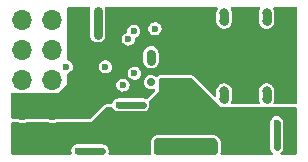
<source format=gbr>
G04 #@! TF.GenerationSoftware,KiCad,Pcbnew,(5.99.0-6495-g15369915cc)*
G04 #@! TF.CreationDate,2020-10-24T17:34:59+02:00*
G04 #@! TF.ProjectId,EVAL-MP8862,4556414c-2d4d-4503-9838-36322e6b6963,1B*
G04 #@! TF.SameCoordinates,Original*
G04 #@! TF.FileFunction,Copper,L3,Inr*
G04 #@! TF.FilePolarity,Positive*
%FSLAX46Y46*%
G04 Gerber Fmt 4.6, Leading zero omitted, Abs format (unit mm)*
G04 Created by KiCad (PCBNEW (5.99.0-6495-g15369915cc)) date 2020-10-24 17:34:59*
%MOMM*%
%LPD*%
G01*
G04 APERTURE LIST*
G04 #@! TA.AperFunction,ComponentPad*
%ADD10R,1.700000X1.700000*%
G04 #@! TD*
G04 #@! TA.AperFunction,ComponentPad*
%ADD11O,1.700000X1.700000*%
G04 #@! TD*
G04 #@! TA.AperFunction,ViaPad*
%ADD12C,0.700000*%
G04 #@! TD*
G04 #@! TA.AperFunction,ViaPad*
%ADD13C,0.600000*%
G04 #@! TD*
G04 #@! TA.AperFunction,ViaPad*
%ADD14C,0.800000*%
G04 #@! TD*
G04 #@! TA.AperFunction,Conductor*
%ADD15C,0.600000*%
G04 #@! TD*
G04 #@! TA.AperFunction,Conductor*
%ADD16C,0.800000*%
G04 #@! TD*
G04 APERTURE END LIST*
D10*
X100000000Y-100000000D03*
D11*
X97460000Y-100000000D03*
X100000000Y-97460000D03*
X97460000Y-97460000D03*
X100000000Y-94920000D03*
X97460000Y-94920000D03*
X100000000Y-92380000D03*
X97460000Y-92380000D03*
X100000000Y-89840000D03*
X97460000Y-89840000D03*
D12*
X108350000Y-92700000D03*
D13*
X103550000Y-100925000D03*
X102850000Y-100925000D03*
X102175000Y-100925000D03*
X103850000Y-89075000D03*
D14*
X118150000Y-89275000D03*
X114550000Y-96550000D03*
X114550000Y-95875000D03*
D12*
X108350000Y-95125000D03*
D13*
X113600000Y-100150000D03*
X109575000Y-100925000D03*
X119000000Y-100550000D03*
X119000000Y-98600000D03*
D14*
X114550000Y-89275000D03*
D13*
X105625000Y-97050000D03*
D14*
X118150000Y-96550000D03*
D12*
X108350000Y-93300000D03*
D13*
X104225000Y-100925000D03*
D14*
X118150000Y-89950000D03*
D13*
X110275000Y-100925000D03*
X113600000Y-100775000D03*
X107675000Y-97050000D03*
D14*
X114550000Y-89950000D03*
D13*
X103850000Y-89750000D03*
X111600000Y-100150000D03*
X103850000Y-91107470D03*
X108700000Y-90600000D03*
X111600000Y-100800000D03*
X107000000Y-97050000D03*
D14*
X118150000Y-95875000D03*
D13*
X103850000Y-90450000D03*
X106300000Y-97050000D03*
X110950000Y-100925000D03*
X119000000Y-99900000D03*
X108900000Y-100925000D03*
X119000000Y-99250000D03*
X104500000Y-93825000D03*
X104900000Y-89100000D03*
X105600000Y-89100000D03*
X105600000Y-91100000D03*
D12*
X109800000Y-91000000D03*
D13*
X104900000Y-91100000D03*
X116250000Y-98600000D03*
X110300000Y-97025000D03*
X110975000Y-97025000D03*
D12*
X109475000Y-95100000D03*
D13*
X116250000Y-99900000D03*
X116250000Y-99250000D03*
X109600000Y-97025000D03*
X116250000Y-100550000D03*
X108925000Y-97025000D03*
X106900000Y-90800000D03*
X101200000Y-93800000D03*
X106456232Y-91465649D03*
X105990000Y-95360000D03*
X106949998Y-94350000D03*
D15*
X102175000Y-100925000D02*
X104225000Y-100925000D01*
D16*
X108350000Y-92700000D02*
X108350000Y-93300000D01*
X103850000Y-91107470D02*
X103850000Y-89125010D01*
X114550000Y-95875000D02*
X114550000Y-96550000D01*
X114550000Y-89275000D02*
X114550000Y-89950000D01*
X118150000Y-95875000D02*
X118150000Y-96550000D01*
X118150000Y-89275000D02*
X118150000Y-89950000D01*
D15*
X107675000Y-97050000D02*
X105625000Y-97050000D01*
X119000000Y-98550000D02*
X119000000Y-100600000D01*
G04 #@! TA.AperFunction,Conductor*
G36*
X111786905Y-94786905D02*
G01*
X114250000Y-97250000D01*
X120624000Y-97250000D01*
X120692121Y-97270002D01*
X120738614Y-97323658D01*
X120750000Y-97376000D01*
X120750000Y-101124000D01*
X120729998Y-101192121D01*
X120676342Y-101238614D01*
X120624000Y-101250000D01*
X119429391Y-101250000D01*
X119361270Y-101229998D01*
X119314777Y-101176342D01*
X119304673Y-101106068D01*
X119344104Y-101031254D01*
X119428020Y-100954089D01*
X119436019Y-100941189D01*
X119502949Y-100833242D01*
X119502950Y-100833241D01*
X119507475Y-100825942D01*
X119549541Y-100681149D01*
X119550500Y-100668089D01*
X119550500Y-100602350D01*
X119552051Y-100582639D01*
X119552752Y-100578213D01*
X119555378Y-100561634D01*
X119555500Y-100550000D01*
X119551666Y-100522011D01*
X119550500Y-100504911D01*
X119550500Y-99952350D01*
X119552051Y-99932639D01*
X119554656Y-99916190D01*
X119555378Y-99911634D01*
X119555500Y-99900000D01*
X119551666Y-99872011D01*
X119550500Y-99854911D01*
X119550500Y-99302350D01*
X119552051Y-99282639D01*
X119554656Y-99266190D01*
X119555378Y-99261634D01*
X119555500Y-99250000D01*
X119551666Y-99222011D01*
X119550500Y-99204911D01*
X119550500Y-98652350D01*
X119552051Y-98632639D01*
X119555378Y-98611634D01*
X119555500Y-98600000D01*
X119551666Y-98572011D01*
X119550500Y-98554911D01*
X119550500Y-98513499D01*
X119549049Y-98502900D01*
X119536203Y-98409129D01*
X119535037Y-98400615D01*
X119475155Y-98262236D01*
X119380266Y-98145058D01*
X119373264Y-98140082D01*
X119373262Y-98140080D01*
X119264362Y-98062690D01*
X119257360Y-98057714D01*
X119115494Y-98006639D01*
X119106934Y-98006010D01*
X119106932Y-98006010D01*
X119027862Y-98000204D01*
X118965120Y-97995596D01*
X118817315Y-98025399D01*
X118682969Y-98093852D01*
X118571980Y-98195911D01*
X118492525Y-98324059D01*
X118450459Y-98468852D01*
X118449500Y-98481912D01*
X118449500Y-98609765D01*
X118449493Y-98611084D01*
X118448880Y-98669623D01*
X118449400Y-98671563D01*
X118449500Y-98673157D01*
X118449500Y-99259737D01*
X118449493Y-99261056D01*
X118448880Y-99319623D01*
X118449400Y-99321564D01*
X118449500Y-99323159D01*
X118449501Y-99909707D01*
X118449494Y-99911027D01*
X118448880Y-99969623D01*
X118449401Y-99971564D01*
X118449501Y-99973160D01*
X118449501Y-100559678D01*
X118449494Y-100560998D01*
X118448880Y-100619623D01*
X118449401Y-100621566D01*
X118449501Y-100623164D01*
X118449501Y-100636501D01*
X118450083Y-100640747D01*
X118450083Y-100640753D01*
X118455995Y-100683912D01*
X118464964Y-100749385D01*
X118468376Y-100757269D01*
X118468376Y-100757270D01*
X118499522Y-100829243D01*
X118524846Y-100887764D01*
X118547550Y-100915801D01*
X118610533Y-100993578D01*
X118619735Y-101004942D01*
X118642745Y-101021294D01*
X118686685Y-101077058D01*
X118693502Y-101147727D01*
X118661030Y-101210862D01*
X118569756Y-101250000D01*
X114352588Y-101250000D01*
X114284467Y-101229998D01*
X114237974Y-101176342D01*
X114232524Y-101094027D01*
X114230748Y-101093672D01*
X114248777Y-101003577D01*
X114250000Y-100997467D01*
X114250000Y-100152190D01*
X114230969Y-100056518D01*
X114194064Y-99967423D01*
X114177367Y-99942433D01*
X114143310Y-99891463D01*
X114143309Y-99891461D01*
X114139872Y-99886318D01*
X113963682Y-99710128D01*
X113958537Y-99706690D01*
X113887717Y-99659370D01*
X113887714Y-99659368D01*
X113882577Y-99655936D01*
X113793482Y-99619031D01*
X113787414Y-99617824D01*
X113787411Y-99617823D01*
X113729184Y-99606241D01*
X113697810Y-99600000D01*
X113629715Y-99600000D01*
X113620487Y-99599662D01*
X113565120Y-99595596D01*
X113555608Y-99597514D01*
X113530703Y-99600000D01*
X111629715Y-99600000D01*
X111620487Y-99599662D01*
X111565120Y-99595596D01*
X111555608Y-99597514D01*
X111530703Y-99600000D01*
X108902190Y-99600000D01*
X108870816Y-99606241D01*
X108812589Y-99617823D01*
X108812586Y-99617824D01*
X108806518Y-99619031D01*
X108717423Y-99655936D01*
X108712286Y-99659368D01*
X108712283Y-99659370D01*
X108641463Y-99706690D01*
X108636318Y-99710128D01*
X108460128Y-99886318D01*
X108456691Y-99891461D01*
X108456690Y-99891463D01*
X108422634Y-99942433D01*
X108405936Y-99967423D01*
X108369031Y-100056518D01*
X108350000Y-100152190D01*
X108350000Y-100887028D01*
X108349993Y-100888347D01*
X108348880Y-100994623D01*
X108351103Y-101002920D01*
X108351104Y-101002926D01*
X108374808Y-101091388D01*
X108373119Y-101162365D01*
X108333326Y-101221161D01*
X108253102Y-101250000D01*
X104875584Y-101250000D01*
X104807463Y-101229998D01*
X104760970Y-101176342D01*
X104755078Y-101089298D01*
X104756791Y-101085557D01*
X104758135Y-101077074D01*
X104758136Y-101077069D01*
X104758584Y-101074240D01*
X104764480Y-101051277D01*
X104765452Y-101048576D01*
X104765453Y-101048573D01*
X104768361Y-101040495D01*
X104771807Y-100993573D01*
X104773019Y-100983093D01*
X104780378Y-100936634D01*
X104780500Y-100925000D01*
X104779873Y-100920426D01*
X104779583Y-100915812D01*
X104779761Y-100915801D01*
X104779492Y-100907250D01*
X104779315Y-100907261D01*
X104778775Y-100898681D01*
X104779404Y-100890120D01*
X104777707Y-100881706D01*
X104777707Y-100881700D01*
X104768703Y-100837048D01*
X104767383Y-100829243D01*
X104761203Y-100784125D01*
X104761202Y-100784123D01*
X104760037Y-100775615D01*
X104756626Y-100767733D01*
X104754316Y-100759458D01*
X104754488Y-100759410D01*
X104754293Y-100758790D01*
X104754125Y-100758849D01*
X104751299Y-100750733D01*
X104749601Y-100742315D01*
X104725025Y-100694084D01*
X104721656Y-100686923D01*
X104719158Y-100681149D01*
X104700155Y-100637236D01*
X104694745Y-100630555D01*
X104690299Y-100623214D01*
X104690451Y-100623122D01*
X104690095Y-100622574D01*
X104689949Y-100622675D01*
X104685049Y-100615625D01*
X104681148Y-100607969D01*
X104644506Y-100568122D01*
X104639344Y-100562141D01*
X104610674Y-100526735D01*
X104610669Y-100526731D01*
X104605266Y-100520058D01*
X104598266Y-100515083D01*
X104592003Y-100509202D01*
X104592125Y-100509072D01*
X104591635Y-100508639D01*
X104591520Y-100508778D01*
X104584907Y-100503307D01*
X104579089Y-100496980D01*
X104533073Y-100468449D01*
X104526494Y-100464077D01*
X104482361Y-100432714D01*
X104474281Y-100429805D01*
X104466667Y-100425824D01*
X104466749Y-100425666D01*
X104466160Y-100425382D01*
X104466088Y-100425544D01*
X104458241Y-100422050D01*
X104450942Y-100417525D01*
X104442696Y-100415129D01*
X104442693Y-100415128D01*
X104408757Y-100405269D01*
X104398949Y-100402420D01*
X104391446Y-100399982D01*
X104340495Y-100381639D01*
X104331933Y-100381010D01*
X104323525Y-100379223D01*
X104323562Y-100379048D01*
X104319030Y-100378233D01*
X104318987Y-100378470D01*
X104312488Y-100377301D01*
X104306149Y-100375459D01*
X104293089Y-100374500D01*
X104247907Y-100374500D01*
X104238679Y-100374162D01*
X104190120Y-100370596D01*
X104181701Y-100372294D01*
X104177880Y-100372534D01*
X104158182Y-100374500D01*
X103572907Y-100374500D01*
X103563679Y-100374162D01*
X103515120Y-100370596D01*
X103506701Y-100372294D01*
X103502880Y-100372534D01*
X103483182Y-100374500D01*
X102872907Y-100374500D01*
X102863679Y-100374162D01*
X102815120Y-100370596D01*
X102806701Y-100372294D01*
X102802880Y-100372534D01*
X102783182Y-100374500D01*
X102197907Y-100374500D01*
X102188679Y-100374162D01*
X102140120Y-100370596D01*
X102131706Y-100372293D01*
X102131700Y-100372293D01*
X102087048Y-100381297D01*
X102079243Y-100382617D01*
X102034125Y-100388797D01*
X102034123Y-100388798D01*
X102025615Y-100389963D01*
X102017733Y-100393374D01*
X102009458Y-100395684D01*
X102009410Y-100395512D01*
X102008790Y-100395707D01*
X102008849Y-100395875D01*
X102000733Y-100398701D01*
X101992315Y-100400399D01*
X101984663Y-100404298D01*
X101984660Y-100404299D01*
X101944087Y-100424973D01*
X101936927Y-100428342D01*
X101887236Y-100449845D01*
X101880555Y-100455255D01*
X101873214Y-100459701D01*
X101873122Y-100459549D01*
X101872574Y-100459905D01*
X101872675Y-100460051D01*
X101865625Y-100464951D01*
X101857969Y-100468852D01*
X101818122Y-100505494D01*
X101812141Y-100510656D01*
X101776735Y-100539326D01*
X101776731Y-100539331D01*
X101770058Y-100544734D01*
X101765083Y-100551734D01*
X101759202Y-100557997D01*
X101759072Y-100557875D01*
X101758639Y-100558365D01*
X101758778Y-100558480D01*
X101753307Y-100565093D01*
X101746980Y-100570911D01*
X101727487Y-100602350D01*
X101718450Y-100616925D01*
X101714077Y-100623506D01*
X101682714Y-100667639D01*
X101679805Y-100675719D01*
X101675824Y-100683333D01*
X101675666Y-100683251D01*
X101675382Y-100683840D01*
X101675544Y-100683912D01*
X101672050Y-100691759D01*
X101667525Y-100699058D01*
X101665129Y-100707304D01*
X101665128Y-100707307D01*
X101652421Y-100751047D01*
X101649982Y-100758554D01*
X101631639Y-100809505D01*
X101631010Y-100818067D01*
X101629223Y-100826475D01*
X101629048Y-100826438D01*
X101628933Y-100827079D01*
X101629110Y-100827105D01*
X101627855Y-100835604D01*
X101625459Y-100843851D01*
X101624994Y-100888347D01*
X101624893Y-100897974D01*
X101624561Y-100905886D01*
X101621224Y-100951311D01*
X101621225Y-100951321D01*
X101620596Y-100959880D01*
X101622293Y-100968296D01*
X101622833Y-100976874D01*
X101622655Y-100976885D01*
X101622717Y-100977534D01*
X101622894Y-100977512D01*
X101623970Y-100986031D01*
X101623880Y-100994623D01*
X101626103Y-101002918D01*
X101626103Y-101002921D01*
X101637894Y-101046924D01*
X101639699Y-101054622D01*
X101647574Y-101093672D01*
X101648667Y-101099094D01*
X101642525Y-101169825D01*
X101599117Y-101226006D01*
X101525153Y-101250000D01*
X96626000Y-101250000D01*
X96557879Y-101229998D01*
X96511386Y-101176342D01*
X96500000Y-101124000D01*
X96500000Y-98626000D01*
X96520002Y-98557879D01*
X96573658Y-98511386D01*
X96626000Y-98500000D01*
X97067715Y-98500000D01*
X97097876Y-98503663D01*
X97298578Y-98553146D01*
X97304568Y-98553455D01*
X97304570Y-98553455D01*
X97378178Y-98557248D01*
X97508199Y-98563948D01*
X97514134Y-98563119D01*
X97514138Y-98563119D01*
X97666960Y-98541777D01*
X97716081Y-98534917D01*
X97798563Y-98506758D01*
X97839271Y-98500000D01*
X99607715Y-98500000D01*
X99637876Y-98503663D01*
X99838578Y-98553146D01*
X99844568Y-98553455D01*
X99844570Y-98553455D01*
X99918178Y-98557248D01*
X100048199Y-98563948D01*
X100054134Y-98563119D01*
X100054138Y-98563119D01*
X100206960Y-98541777D01*
X100256081Y-98534917D01*
X100338563Y-98506758D01*
X100379271Y-98500000D01*
X103300000Y-98500000D01*
X104462403Y-97289164D01*
X104554288Y-97250427D01*
X104867891Y-97252897D01*
X105035146Y-97254214D01*
X105103107Y-97274752D01*
X105146419Y-97323005D01*
X105168852Y-97367031D01*
X105174667Y-97373355D01*
X105179569Y-97380408D01*
X105179422Y-97380510D01*
X105179810Y-97381032D01*
X105179949Y-97380922D01*
X105185286Y-97387655D01*
X105189658Y-97395048D01*
X105219084Y-97423266D01*
X105228744Y-97432530D01*
X105234266Y-97438169D01*
X105270911Y-97478020D01*
X105278208Y-97482544D01*
X105284830Y-97488023D01*
X105284716Y-97488161D01*
X105285230Y-97488559D01*
X105285335Y-97488414D01*
X105292282Y-97493461D01*
X105298485Y-97499409D01*
X105346190Y-97524988D01*
X105353044Y-97528945D01*
X105399058Y-97557475D01*
X105407310Y-97559872D01*
X105415157Y-97563366D01*
X105415084Y-97563529D01*
X105415681Y-97563773D01*
X105415743Y-97563605D01*
X105423796Y-97566600D01*
X105431368Y-97570660D01*
X105484224Y-97582475D01*
X105491845Y-97584432D01*
X105543851Y-97599541D01*
X105550429Y-97600024D01*
X105556911Y-97600500D01*
X105556900Y-97600646D01*
X105561548Y-97601245D01*
X105561572Y-97600960D01*
X105570139Y-97601679D01*
X105578517Y-97603552D01*
X105587090Y-97603103D01*
X105587094Y-97603103D01*
X105633453Y-97600673D01*
X105640047Y-97600500D01*
X106225950Y-97600500D01*
X106236513Y-97601659D01*
X106236572Y-97600960D01*
X106245139Y-97601679D01*
X106253517Y-97603552D01*
X106262090Y-97603103D01*
X106262094Y-97603103D01*
X106308453Y-97600673D01*
X106315047Y-97600500D01*
X106925950Y-97600500D01*
X106936513Y-97601659D01*
X106936572Y-97600960D01*
X106945139Y-97601679D01*
X106953517Y-97603552D01*
X106962090Y-97603103D01*
X106962094Y-97603103D01*
X107008453Y-97600673D01*
X107015047Y-97600500D01*
X107600950Y-97600500D01*
X107611513Y-97601659D01*
X107611572Y-97600960D01*
X107620139Y-97601679D01*
X107628517Y-97603552D01*
X107637090Y-97603103D01*
X107637094Y-97603103D01*
X107683453Y-97600673D01*
X107690047Y-97600500D01*
X107711501Y-97600500D01*
X107715740Y-97599919D01*
X107715743Y-97599919D01*
X107718963Y-97599478D01*
X107721612Y-97599115D01*
X107732118Y-97598122D01*
X107739793Y-97597720D01*
X107770508Y-97596111D01*
X107770510Y-97596111D01*
X107779090Y-97595661D01*
X107789947Y-97592007D01*
X107813032Y-97586592D01*
X107824385Y-97585037D01*
X107832270Y-97581625D01*
X107867559Y-97566354D01*
X107877411Y-97562572D01*
X107913854Y-97550308D01*
X107913856Y-97550307D01*
X107921995Y-97547568D01*
X107931472Y-97541127D01*
X107952253Y-97529704D01*
X107962764Y-97525155D01*
X107999328Y-97495546D01*
X108007796Y-97489258D01*
X108039595Y-97467648D01*
X108039600Y-97467644D01*
X108046702Y-97462817D01*
X108054097Y-97454066D01*
X108071041Y-97437474D01*
X108073267Y-97435672D01*
X108073270Y-97435669D01*
X108079942Y-97430266D01*
X108107194Y-97391919D01*
X108113661Y-97383582D01*
X108138482Y-97354210D01*
X108144024Y-97347652D01*
X108148796Y-97337230D01*
X108160650Y-97316699D01*
X108162309Y-97314364D01*
X108167286Y-97307361D01*
X108183221Y-97263099D01*
X108187208Y-97253330D01*
X108203216Y-97218365D01*
X108206791Y-97210557D01*
X108208207Y-97201617D01*
X108208584Y-97199240D01*
X108214480Y-97176277D01*
X108215452Y-97173576D01*
X108215453Y-97173573D01*
X108218361Y-97165495D01*
X108220005Y-97143114D01*
X108221806Y-97118578D01*
X108223019Y-97108093D01*
X108230378Y-97061634D01*
X108230500Y-97050000D01*
X108229873Y-97045426D01*
X108229583Y-97040812D01*
X108229761Y-97040801D01*
X108229492Y-97032250D01*
X108229315Y-97032261D01*
X108228775Y-97023681D01*
X108229404Y-97015120D01*
X108227707Y-97006706D01*
X108227707Y-97006700D01*
X108218703Y-96962048D01*
X108217383Y-96954243D01*
X108211203Y-96909125D01*
X108211202Y-96909123D01*
X108210037Y-96900615D01*
X108206626Y-96892733D01*
X108204316Y-96884458D01*
X108204488Y-96884410D01*
X108204293Y-96883788D01*
X108204124Y-96883847D01*
X108201299Y-96875736D01*
X108199601Y-96867315D01*
X108195701Y-96859661D01*
X108194481Y-96856158D01*
X108190967Y-96785248D01*
X108224377Y-96725623D01*
X109075000Y-95875000D01*
X109075000Y-94876000D01*
X109095002Y-94807879D01*
X109148658Y-94761386D01*
X109201000Y-94750000D01*
X111697810Y-94750000D01*
X111786905Y-94786905D01*
G37*
G04 #@! TD.AperFunction*
G04 #@! TA.AperFunction,Conductor*
G36*
X103180546Y-88770002D02*
G01*
X103227039Y-88823658D01*
X103234466Y-88907334D01*
X103199670Y-89042854D01*
X103199501Y-89045540D01*
X103199500Y-91147048D01*
X103215094Y-91270485D01*
X103225817Y-91297568D01*
X103256971Y-91376254D01*
X103275581Y-91423259D01*
X103372161Y-91556190D01*
X103378267Y-91561241D01*
X103492661Y-91655877D01*
X103492664Y-91655879D01*
X103498766Y-91660927D01*
X103647439Y-91730888D01*
X103655222Y-91732373D01*
X103655223Y-91732373D01*
X103801055Y-91760192D01*
X103801057Y-91760192D01*
X103808841Y-91761677D01*
X103907125Y-91755493D01*
X103964916Y-91751857D01*
X103964918Y-91751857D01*
X103972827Y-91751359D01*
X103980363Y-91748910D01*
X103980365Y-91748910D01*
X104121555Y-91703035D01*
X104121558Y-91703033D01*
X104129097Y-91700584D01*
X104267830Y-91612541D01*
X104340391Y-91535272D01*
X105905112Y-91535272D01*
X105944137Y-91680914D01*
X106020890Y-91810697D01*
X106129717Y-91915058D01*
X106262600Y-91986309D01*
X106305106Y-91995810D01*
X106401363Y-92017327D01*
X106401367Y-92017327D01*
X106409749Y-92019201D01*
X106504182Y-92014252D01*
X106551739Y-92011760D01*
X106551740Y-92011760D01*
X106560322Y-92011310D01*
X106703227Y-91963217D01*
X106827934Y-91878466D01*
X106833477Y-91871907D01*
X106833479Y-91871905D01*
X106919713Y-91769860D01*
X106925256Y-91763301D01*
X106928831Y-91755493D01*
X106984448Y-91634015D01*
X106984448Y-91634013D01*
X106988023Y-91626206D01*
X107011610Y-91477283D01*
X107011732Y-91465649D01*
X107009829Y-91451758D01*
X107020403Y-91381555D01*
X107094475Y-91315243D01*
X107138859Y-91300306D01*
X107146995Y-91297568D01*
X107163982Y-91286024D01*
X107198424Y-91262617D01*
X107271702Y-91212817D01*
X107277245Y-91206258D01*
X107277247Y-91206256D01*
X107363481Y-91104211D01*
X107369024Y-91097652D01*
X107372599Y-91089844D01*
X107428216Y-90968366D01*
X107428216Y-90968364D01*
X107431791Y-90960557D01*
X107455378Y-90811634D01*
X107455500Y-90800000D01*
X107437641Y-90669623D01*
X108148880Y-90669623D01*
X108187905Y-90815265D01*
X108264658Y-90945048D01*
X108373485Y-91049409D01*
X108448896Y-91089844D01*
X108489397Y-91111560D01*
X108506368Y-91120660D01*
X108548874Y-91130161D01*
X108645131Y-91151678D01*
X108645135Y-91151678D01*
X108653517Y-91153552D01*
X108747950Y-91148603D01*
X108795507Y-91146111D01*
X108795508Y-91146111D01*
X108804090Y-91145661D01*
X108946995Y-91097568D01*
X108958361Y-91089844D01*
X109011887Y-91053467D01*
X109071702Y-91012817D01*
X109077245Y-91006258D01*
X109077247Y-91006256D01*
X109163481Y-90904211D01*
X109169024Y-90897652D01*
X109208406Y-90811634D01*
X109228216Y-90768366D01*
X109228216Y-90768364D01*
X109231791Y-90760557D01*
X109255378Y-90611634D01*
X109255500Y-90600000D01*
X109235037Y-90450615D01*
X109213885Y-90401736D01*
X109178567Y-90320120D01*
X109178566Y-90320118D01*
X109175155Y-90312236D01*
X109106492Y-90227444D01*
X109085674Y-90201736D01*
X109085673Y-90201735D01*
X109080266Y-90195058D01*
X109073264Y-90190082D01*
X109073262Y-90190080D01*
X108964363Y-90112690D01*
X108957361Y-90107714D01*
X108815495Y-90056639D01*
X108806935Y-90056010D01*
X108806933Y-90056010D01*
X108728122Y-90050223D01*
X108665120Y-90045596D01*
X108517315Y-90075399D01*
X108382969Y-90143852D01*
X108376647Y-90149665D01*
X108376646Y-90149666D01*
X108284041Y-90234820D01*
X108271980Y-90245911D01*
X108267452Y-90253214D01*
X108267451Y-90253215D01*
X108197051Y-90366758D01*
X108192525Y-90374058D01*
X108150459Y-90518851D01*
X108150369Y-90527437D01*
X108150369Y-90527438D01*
X108149881Y-90574058D01*
X108148880Y-90669623D01*
X107437641Y-90669623D01*
X107435037Y-90650615D01*
X107431625Y-90642730D01*
X107378567Y-90520120D01*
X107378566Y-90520118D01*
X107375155Y-90512236D01*
X107316735Y-90440093D01*
X107285674Y-90401736D01*
X107285673Y-90401735D01*
X107280266Y-90395058D01*
X107273264Y-90390082D01*
X107273262Y-90390080D01*
X107164363Y-90312690D01*
X107157361Y-90307714D01*
X107015495Y-90256639D01*
X107006935Y-90256010D01*
X107006933Y-90256010D01*
X106928122Y-90250223D01*
X106865120Y-90245596D01*
X106717315Y-90275399D01*
X106582969Y-90343852D01*
X106576647Y-90349665D01*
X106576646Y-90349666D01*
X106500207Y-90419955D01*
X106471980Y-90445911D01*
X106467452Y-90453214D01*
X106467451Y-90453215D01*
X106414345Y-90538866D01*
X106392525Y-90574058D01*
X106350459Y-90718851D01*
X106350369Y-90727439D01*
X106349319Y-90827669D01*
X106328605Y-90895576D01*
X106272617Y-90939222D01*
X106273547Y-90941048D01*
X106139201Y-91009501D01*
X106028212Y-91111560D01*
X106023684Y-91118863D01*
X106023683Y-91118864D01*
X105962436Y-91217645D01*
X105948757Y-91239707D01*
X105906691Y-91384500D01*
X105905112Y-91535272D01*
X104340391Y-91535272D01*
X104380311Y-91492763D01*
X104459468Y-91348776D01*
X104500331Y-91189626D01*
X104500500Y-91186940D01*
X104500500Y-89085431D01*
X104484906Y-88961994D01*
X104469223Y-88922383D01*
X104462744Y-88851683D01*
X104495516Y-88788703D01*
X104586375Y-88750000D01*
X113883439Y-88750000D01*
X113951560Y-88770002D01*
X113998053Y-88823658D01*
X114008157Y-88893932D01*
X113993854Y-88936701D01*
X113940532Y-89033694D01*
X113912050Y-89144623D01*
X113899669Y-89192845D01*
X113899500Y-89195531D01*
X113899500Y-89989579D01*
X113899613Y-89990472D01*
X113899669Y-89992266D01*
X113899669Y-90032156D01*
X113901641Y-90039835D01*
X113901641Y-90039838D01*
X113907955Y-90064432D01*
X113910919Y-90079971D01*
X113915094Y-90113016D01*
X113927303Y-90143852D01*
X113927356Y-90143986D01*
X113932245Y-90159032D01*
X113938560Y-90183625D01*
X113940532Y-90191306D01*
X113944348Y-90198248D01*
X113944349Y-90198250D01*
X113956584Y-90220506D01*
X113963319Y-90234819D01*
X113965407Y-90240093D01*
X113975582Y-90265790D01*
X113980243Y-90272205D01*
X113980244Y-90272207D01*
X113995159Y-90292735D01*
X114003634Y-90306088D01*
X114019689Y-90335293D01*
X114033186Y-90349666D01*
X114042497Y-90359581D01*
X114052580Y-90371769D01*
X114072162Y-90398721D01*
X114078271Y-90403774D01*
X114078274Y-90403778D01*
X114097829Y-90419955D01*
X114109364Y-90430786D01*
X114132169Y-90455071D01*
X114138858Y-90459316D01*
X114138862Y-90459319D01*
X114160301Y-90472925D01*
X114173099Y-90482223D01*
X114198767Y-90503457D01*
X114205939Y-90506832D01*
X114205941Y-90506833D01*
X114228914Y-90517644D01*
X114242775Y-90525265D01*
X114262701Y-90537909D01*
X114270902Y-90543114D01*
X114302582Y-90553407D01*
X114317290Y-90559231D01*
X114333287Y-90566758D01*
X114347440Y-90573418D01*
X114355223Y-90574903D01*
X114355227Y-90574904D01*
X114380171Y-90579662D01*
X114395483Y-90583593D01*
X114427172Y-90593889D01*
X114435082Y-90594387D01*
X114435084Y-90594387D01*
X114460411Y-90595980D01*
X114476112Y-90597963D01*
X114508842Y-90604207D01*
X114537762Y-90602387D01*
X114542087Y-90602115D01*
X114557913Y-90602115D01*
X114562888Y-90602428D01*
X114591159Y-90604207D01*
X114623889Y-90597963D01*
X114639590Y-90595980D01*
X114664917Y-90594387D01*
X114664919Y-90594387D01*
X114672828Y-90593889D01*
X114704506Y-90583596D01*
X114719829Y-90579662D01*
X114722896Y-90579077D01*
X114752561Y-90573418D01*
X114782720Y-90559226D01*
X114797418Y-90553407D01*
X114829098Y-90543114D01*
X114835788Y-90538868D01*
X114835793Y-90538866D01*
X114857227Y-90525264D01*
X114871089Y-90517643D01*
X114894062Y-90506832D01*
X114901234Y-90503457D01*
X114926901Y-90482223D01*
X114939702Y-90472922D01*
X114967831Y-90455071D01*
X114990636Y-90430787D01*
X115002167Y-90419959D01*
X115021730Y-90403775D01*
X115021731Y-90403774D01*
X115027839Y-90398721D01*
X115047423Y-90371766D01*
X115057505Y-90359578D01*
X115080311Y-90335293D01*
X115084130Y-90328346D01*
X115084133Y-90328342D01*
X115096362Y-90306098D01*
X115104839Y-90292741D01*
X115119756Y-90272210D01*
X115119760Y-90272202D01*
X115124419Y-90265790D01*
X115136684Y-90234811D01*
X115143419Y-90220499D01*
X115155648Y-90198254D01*
X115159468Y-90191306D01*
X115167755Y-90159032D01*
X115172639Y-90144001D01*
X115184906Y-90113016D01*
X115189081Y-90079971D01*
X115192045Y-90064432D01*
X115198854Y-90037909D01*
X115198854Y-90037908D01*
X115200331Y-90032156D01*
X115200500Y-90029470D01*
X115200500Y-89997503D01*
X115201494Y-89981711D01*
X115204506Y-89957868D01*
X115205500Y-89950000D01*
X115201494Y-89918289D01*
X115200500Y-89902497D01*
X115200500Y-89322503D01*
X115201494Y-89306711D01*
X115204506Y-89282868D01*
X115205500Y-89275000D01*
X115184906Y-89111984D01*
X115151159Y-89026748D01*
X115127339Y-88966584D01*
X115127337Y-88966581D01*
X115124419Y-88959210D01*
X115117771Y-88950060D01*
X115116877Y-88947555D01*
X115115940Y-88945850D01*
X115116215Y-88945699D01*
X115093913Y-88883192D01*
X115109995Y-88814041D01*
X115160909Y-88764561D01*
X115219708Y-88750000D01*
X117483439Y-88750000D01*
X117551560Y-88770002D01*
X117598053Y-88823658D01*
X117608157Y-88893932D01*
X117593854Y-88936701D01*
X117540532Y-89033694D01*
X117512050Y-89144623D01*
X117499669Y-89192845D01*
X117499500Y-89195531D01*
X117499500Y-89989579D01*
X117499613Y-89990472D01*
X117499669Y-89992266D01*
X117499669Y-90032156D01*
X117501641Y-90039835D01*
X117501641Y-90039838D01*
X117507955Y-90064432D01*
X117510919Y-90079971D01*
X117515094Y-90113016D01*
X117527303Y-90143852D01*
X117527356Y-90143986D01*
X117532245Y-90159032D01*
X117538560Y-90183625D01*
X117540532Y-90191306D01*
X117544348Y-90198248D01*
X117544349Y-90198250D01*
X117556584Y-90220506D01*
X117563319Y-90234819D01*
X117565407Y-90240093D01*
X117575582Y-90265790D01*
X117580243Y-90272205D01*
X117580244Y-90272207D01*
X117595159Y-90292735D01*
X117603634Y-90306088D01*
X117619689Y-90335293D01*
X117633186Y-90349666D01*
X117642497Y-90359581D01*
X117652580Y-90371769D01*
X117672162Y-90398721D01*
X117678271Y-90403774D01*
X117678274Y-90403778D01*
X117697829Y-90419955D01*
X117709364Y-90430786D01*
X117732169Y-90455071D01*
X117738858Y-90459316D01*
X117738862Y-90459319D01*
X117760301Y-90472925D01*
X117773099Y-90482223D01*
X117798767Y-90503457D01*
X117805939Y-90506832D01*
X117805941Y-90506833D01*
X117828914Y-90517644D01*
X117842775Y-90525265D01*
X117862701Y-90537909D01*
X117870902Y-90543114D01*
X117902582Y-90553407D01*
X117917290Y-90559231D01*
X117933287Y-90566758D01*
X117947440Y-90573418D01*
X117955223Y-90574903D01*
X117955227Y-90574904D01*
X117980171Y-90579662D01*
X117995483Y-90583593D01*
X118027172Y-90593889D01*
X118035082Y-90594387D01*
X118035084Y-90594387D01*
X118060411Y-90595980D01*
X118076112Y-90597963D01*
X118108842Y-90604207D01*
X118137762Y-90602387D01*
X118142087Y-90602115D01*
X118157913Y-90602115D01*
X118162888Y-90602428D01*
X118191159Y-90604207D01*
X118223889Y-90597963D01*
X118239590Y-90595980D01*
X118264917Y-90594387D01*
X118264919Y-90594387D01*
X118272828Y-90593889D01*
X118304506Y-90583596D01*
X118319829Y-90579662D01*
X118322896Y-90579077D01*
X118352561Y-90573418D01*
X118382720Y-90559226D01*
X118397418Y-90553407D01*
X118429098Y-90543114D01*
X118435788Y-90538868D01*
X118435793Y-90538866D01*
X118457227Y-90525264D01*
X118471089Y-90517643D01*
X118494062Y-90506832D01*
X118501234Y-90503457D01*
X118526901Y-90482223D01*
X118539702Y-90472922D01*
X118567831Y-90455071D01*
X118590636Y-90430787D01*
X118602167Y-90419959D01*
X118621730Y-90403775D01*
X118621731Y-90403774D01*
X118627839Y-90398721D01*
X118647423Y-90371766D01*
X118657505Y-90359578D01*
X118680311Y-90335293D01*
X118684130Y-90328346D01*
X118684133Y-90328342D01*
X118696362Y-90306098D01*
X118704839Y-90292741D01*
X118719756Y-90272210D01*
X118719760Y-90272202D01*
X118724419Y-90265790D01*
X118736684Y-90234811D01*
X118743419Y-90220499D01*
X118755648Y-90198254D01*
X118759468Y-90191306D01*
X118767755Y-90159032D01*
X118772639Y-90144001D01*
X118784906Y-90113016D01*
X118789081Y-90079971D01*
X118792045Y-90064432D01*
X118798854Y-90037909D01*
X118798854Y-90037908D01*
X118800331Y-90032156D01*
X118800500Y-90029470D01*
X118800500Y-89997503D01*
X118801494Y-89981711D01*
X118804506Y-89957868D01*
X118805500Y-89950000D01*
X118801494Y-89918289D01*
X118800500Y-89902497D01*
X118800500Y-89322503D01*
X118801494Y-89306711D01*
X118804506Y-89282868D01*
X118805500Y-89275000D01*
X118784906Y-89111984D01*
X118751159Y-89026748D01*
X118727339Y-88966584D01*
X118727337Y-88966581D01*
X118724419Y-88959210D01*
X118717771Y-88950060D01*
X118716877Y-88947555D01*
X118715940Y-88945850D01*
X118716215Y-88945699D01*
X118693913Y-88883192D01*
X118709995Y-88814041D01*
X118760909Y-88764561D01*
X118819708Y-88750000D01*
X120624000Y-88750000D01*
X120692121Y-88770002D01*
X120738614Y-88823658D01*
X120750000Y-88876000D01*
X120750000Y-96874000D01*
X120729998Y-96942121D01*
X120676342Y-96988614D01*
X120624000Y-97000000D01*
X118857792Y-97000000D01*
X118789671Y-96979998D01*
X118743178Y-96926342D01*
X118733074Y-96856068D01*
X118747378Y-96813298D01*
X118755648Y-96798255D01*
X118755649Y-96798253D01*
X118759468Y-96791306D01*
X118767755Y-96759032D01*
X118772639Y-96744001D01*
X118784906Y-96713016D01*
X118788567Y-96684036D01*
X118789081Y-96679971D01*
X118792045Y-96664432D01*
X118798854Y-96637909D01*
X118798854Y-96637908D01*
X118800331Y-96632156D01*
X118800500Y-96629470D01*
X118800500Y-96597503D01*
X118801494Y-96581711D01*
X118804506Y-96557868D01*
X118805500Y-96550000D01*
X118801494Y-96518289D01*
X118800500Y-96502497D01*
X118800500Y-95922503D01*
X118801494Y-95906711D01*
X118804506Y-95882868D01*
X118805500Y-95875000D01*
X118784906Y-95711984D01*
X118724419Y-95559210D01*
X118627839Y-95426279D01*
X118566710Y-95375709D01*
X118507343Y-95326596D01*
X118507339Y-95326593D01*
X118501234Y-95321543D01*
X118352561Y-95251582D01*
X118344778Y-95250097D01*
X118344777Y-95250097D01*
X118197001Y-95221907D01*
X118196997Y-95221907D01*
X118191159Y-95220793D01*
X118191158Y-95220793D01*
X118072086Y-95228285D01*
X118035083Y-95230613D01*
X118035081Y-95230613D01*
X118027172Y-95231111D01*
X118019636Y-95233560D01*
X118019634Y-95233560D01*
X117878444Y-95279435D01*
X117878441Y-95279437D01*
X117870902Y-95281886D01*
X117732169Y-95369929D01*
X117726742Y-95375708D01*
X117726741Y-95375709D01*
X117679252Y-95426279D01*
X117619689Y-95489707D01*
X117540532Y-95633694D01*
X117505163Y-95771446D01*
X117499669Y-95792845D01*
X117499500Y-95795531D01*
X117499500Y-96589579D01*
X117499613Y-96590472D01*
X117499669Y-96592266D01*
X117499669Y-96632156D01*
X117501641Y-96639835D01*
X117501641Y-96639838D01*
X117507955Y-96664432D01*
X117510919Y-96679971D01*
X117511433Y-96684036D01*
X117515094Y-96713016D01*
X117518011Y-96720383D01*
X117527356Y-96743986D01*
X117532245Y-96759032D01*
X117538560Y-96783625D01*
X117540532Y-96791306D01*
X117544350Y-96798250D01*
X117544351Y-96798254D01*
X117552623Y-96813302D01*
X117567911Y-96882634D01*
X117543288Y-96949224D01*
X117486573Y-96991931D01*
X117442207Y-97000000D01*
X115257792Y-97000000D01*
X115189671Y-96979998D01*
X115143178Y-96926342D01*
X115133074Y-96856068D01*
X115147378Y-96813298D01*
X115155648Y-96798255D01*
X115155649Y-96798253D01*
X115159468Y-96791306D01*
X115167755Y-96759032D01*
X115172639Y-96744001D01*
X115184906Y-96713016D01*
X115188567Y-96684036D01*
X115189081Y-96679971D01*
X115192045Y-96664432D01*
X115198854Y-96637909D01*
X115198854Y-96637908D01*
X115200331Y-96632156D01*
X115200500Y-96629470D01*
X115200500Y-96597503D01*
X115201494Y-96581711D01*
X115204506Y-96557868D01*
X115205500Y-96550000D01*
X115201494Y-96518289D01*
X115200500Y-96502497D01*
X115200500Y-95922503D01*
X115201494Y-95906711D01*
X115204506Y-95882868D01*
X115205500Y-95875000D01*
X115184906Y-95711984D01*
X115124419Y-95559210D01*
X115027839Y-95426279D01*
X114966710Y-95375709D01*
X114907343Y-95326596D01*
X114907339Y-95326593D01*
X114901234Y-95321543D01*
X114752561Y-95251582D01*
X114744778Y-95250097D01*
X114744777Y-95250097D01*
X114597001Y-95221907D01*
X114596997Y-95221907D01*
X114591159Y-95220793D01*
X114591158Y-95220793D01*
X114472086Y-95228285D01*
X114435083Y-95230613D01*
X114435081Y-95230613D01*
X114427172Y-95231111D01*
X114419636Y-95233560D01*
X114419634Y-95233560D01*
X114278444Y-95279435D01*
X114278441Y-95279437D01*
X114270902Y-95281886D01*
X114132169Y-95369929D01*
X114126742Y-95375708D01*
X114126741Y-95375709D01*
X114079252Y-95426279D01*
X114019689Y-95489707D01*
X113940532Y-95633694D01*
X113905163Y-95771446D01*
X113899669Y-95792845D01*
X113899500Y-95795531D01*
X113899500Y-96241756D01*
X113879498Y-96309877D01*
X113825842Y-96356370D01*
X113755568Y-96366474D01*
X113684405Y-96330851D01*
X111963682Y-94610128D01*
X111957748Y-94606163D01*
X111887717Y-94559370D01*
X111887714Y-94559368D01*
X111882577Y-94555936D01*
X111793482Y-94519031D01*
X111787414Y-94517824D01*
X111787411Y-94517823D01*
X111708241Y-94502075D01*
X111697810Y-94500000D01*
X109525035Y-94500000D01*
X109508588Y-94498922D01*
X109483188Y-94495578D01*
X109475000Y-94494500D01*
X109466812Y-94495578D01*
X109441412Y-94498922D01*
X109424965Y-94500000D01*
X109201000Y-94500000D01*
X109197653Y-94500360D01*
X109197650Y-94500360D01*
X109151224Y-94505351D01*
X109151218Y-94505352D01*
X109147860Y-94505713D01*
X109095518Y-94517099D01*
X108984943Y-94572448D01*
X108956075Y-94597462D01*
X108941458Y-94610128D01*
X108931287Y-94618941D01*
X108921226Y-94634597D01*
X108867570Y-94681090D01*
X108797296Y-94691193D01*
X108738524Y-94666438D01*
X108659306Y-94605652D01*
X108659301Y-94605649D01*
X108652750Y-94600622D01*
X108506715Y-94540132D01*
X108350000Y-94519500D01*
X108193285Y-94540132D01*
X108047250Y-94600622D01*
X107921847Y-94696847D01*
X107825622Y-94822250D01*
X107765132Y-94968285D01*
X107744500Y-95125000D01*
X107765132Y-95281715D01*
X107825622Y-95427750D01*
X107921847Y-95553153D01*
X108047250Y-95649378D01*
X108163803Y-95697656D01*
X108181649Y-95705048D01*
X108193285Y-95709868D01*
X108201473Y-95710946D01*
X108269121Y-95719852D01*
X108350000Y-95730500D01*
X108358188Y-95729422D01*
X108498527Y-95710946D01*
X108506715Y-95709868D01*
X108569958Y-95683672D01*
X108640546Y-95676083D01*
X108704033Y-95707862D01*
X108740261Y-95768920D01*
X108737727Y-95839871D01*
X108707270Y-95889176D01*
X108066798Y-96529648D01*
X108004486Y-96563674D01*
X107933641Y-96554146D01*
X107932357Y-96557712D01*
X107928308Y-96556254D01*
X107920213Y-96552341D01*
X107919346Y-96552224D01*
X107916688Y-96550835D01*
X107916771Y-96550677D01*
X107916160Y-96550382D01*
X107916088Y-96550544D01*
X107908241Y-96547050D01*
X107900942Y-96542525D01*
X107892696Y-96540129D01*
X107892693Y-96540128D01*
X107856619Y-96529648D01*
X107848949Y-96527420D01*
X107841446Y-96524982D01*
X107790495Y-96506639D01*
X107781933Y-96506010D01*
X107773525Y-96504223D01*
X107773562Y-96504048D01*
X107769030Y-96503233D01*
X107768987Y-96503470D01*
X107762488Y-96502301D01*
X107756149Y-96500459D01*
X107743089Y-96499500D01*
X107697907Y-96499500D01*
X107688679Y-96499162D01*
X107640120Y-96495596D01*
X107631701Y-96497294D01*
X107627880Y-96497534D01*
X107608182Y-96499500D01*
X107022907Y-96499500D01*
X107013679Y-96499162D01*
X106965120Y-96495596D01*
X106956701Y-96497294D01*
X106952880Y-96497534D01*
X106933182Y-96499500D01*
X106322907Y-96499500D01*
X106313679Y-96499162D01*
X106265120Y-96495596D01*
X106256701Y-96497294D01*
X106252880Y-96497534D01*
X106233182Y-96499500D01*
X105647907Y-96499500D01*
X105638679Y-96499162D01*
X105590120Y-96495596D01*
X105581706Y-96497293D01*
X105581700Y-96497293D01*
X105537048Y-96506297D01*
X105529243Y-96507617D01*
X105484125Y-96513797D01*
X105484123Y-96513798D01*
X105475615Y-96514963D01*
X105467733Y-96518374D01*
X105459458Y-96520684D01*
X105459410Y-96520512D01*
X105458790Y-96520707D01*
X105458849Y-96520875D01*
X105450733Y-96523701D01*
X105442315Y-96525399D01*
X105434663Y-96529298D01*
X105434660Y-96529299D01*
X105394087Y-96549973D01*
X105386927Y-96553342D01*
X105337236Y-96574845D01*
X105330555Y-96580255D01*
X105323214Y-96584701D01*
X105323122Y-96584549D01*
X105322574Y-96584905D01*
X105322675Y-96585051D01*
X105315625Y-96589951D01*
X105307969Y-96593852D01*
X105268122Y-96630494D01*
X105262141Y-96635656D01*
X105226735Y-96664326D01*
X105226731Y-96664331D01*
X105220058Y-96669734D01*
X105215083Y-96676734D01*
X105209202Y-96682997D01*
X105209072Y-96682875D01*
X105208639Y-96683365D01*
X105208778Y-96683480D01*
X105203307Y-96690093D01*
X105196980Y-96695911D01*
X105181807Y-96720383D01*
X105168450Y-96741925D01*
X105164077Y-96748506D01*
X105132714Y-96792639D01*
X105129805Y-96800719D01*
X105125824Y-96808333D01*
X105125666Y-96808251D01*
X105125382Y-96808840D01*
X105125544Y-96808912D01*
X105122050Y-96816759D01*
X105117525Y-96824058D01*
X105115129Y-96832304D01*
X105115128Y-96832307D01*
X105102421Y-96876047D01*
X105099982Y-96883554D01*
X105094366Y-96899155D01*
X105086733Y-96920357D01*
X105044837Y-96977675D01*
X104967190Y-97003671D01*
X104869860Y-97002905D01*
X104556257Y-97000435D01*
X104457170Y-97020062D01*
X104365285Y-97058799D01*
X104282056Y-97116031D01*
X104277612Y-97120660D01*
X104277611Y-97120661D01*
X103278636Y-98161259D01*
X103187741Y-98200000D01*
X96626000Y-98200000D01*
X96557879Y-98179998D01*
X96511386Y-98126342D01*
X96500000Y-98074000D01*
X96500000Y-96126000D01*
X96520002Y-96057879D01*
X96573658Y-96011386D01*
X96626000Y-96000000D01*
X97229953Y-96000000D01*
X97260116Y-96003663D01*
X97298578Y-96013146D01*
X97304568Y-96013455D01*
X97304570Y-96013455D01*
X97378178Y-96017248D01*
X97508199Y-96023948D01*
X97514134Y-96023119D01*
X97514138Y-96023119D01*
X97642648Y-96005172D01*
X97671012Y-96001211D01*
X97688438Y-96000000D01*
X99769953Y-96000000D01*
X99800116Y-96003663D01*
X99838578Y-96013146D01*
X99844568Y-96013455D01*
X99844570Y-96013455D01*
X99918178Y-96017248D01*
X100048199Y-96023948D01*
X100054134Y-96023119D01*
X100054138Y-96023119D01*
X100182648Y-96005172D01*
X100211012Y-96001211D01*
X100228438Y-96000000D01*
X100500000Y-96000000D01*
X101070377Y-95429623D01*
X105438880Y-95429623D01*
X105477905Y-95575265D01*
X105554658Y-95705048D01*
X105663485Y-95809409D01*
X105796368Y-95880660D01*
X105834466Y-95889176D01*
X105935131Y-95911678D01*
X105935135Y-95911678D01*
X105943517Y-95913552D01*
X106037950Y-95908603D01*
X106085507Y-95906111D01*
X106085508Y-95906111D01*
X106094090Y-95905661D01*
X106236995Y-95857568D01*
X106361702Y-95772817D01*
X106367245Y-95766258D01*
X106367247Y-95766256D01*
X106437035Y-95683672D01*
X106459024Y-95657652D01*
X106500718Y-95566584D01*
X106518216Y-95528366D01*
X106518216Y-95528364D01*
X106521791Y-95520557D01*
X106545378Y-95371634D01*
X106545500Y-95360000D01*
X106525037Y-95210615D01*
X106491908Y-95134058D01*
X106468567Y-95080120D01*
X106468566Y-95080118D01*
X106465155Y-95072236D01*
X106370266Y-94955058D01*
X106363264Y-94950082D01*
X106363262Y-94950080D01*
X106254363Y-94872690D01*
X106247361Y-94867714D01*
X106105495Y-94816639D01*
X106096935Y-94816010D01*
X106096933Y-94816010D01*
X106018122Y-94810223D01*
X105955120Y-94805596D01*
X105807315Y-94835399D01*
X105672969Y-94903852D01*
X105666647Y-94909665D01*
X105666646Y-94909666D01*
X105611195Y-94960656D01*
X105561980Y-95005911D01*
X105557452Y-95013214D01*
X105557451Y-95013215D01*
X105515968Y-95080120D01*
X105482525Y-95134058D01*
X105440459Y-95278851D01*
X105438880Y-95429623D01*
X101070377Y-95429623D01*
X101250000Y-95250000D01*
X101250000Y-94454405D01*
X101260212Y-94419623D01*
X106398878Y-94419623D01*
X106437903Y-94565265D01*
X106514656Y-94695048D01*
X106623483Y-94799409D01*
X106756366Y-94870660D01*
X106765448Y-94872690D01*
X106895129Y-94901678D01*
X106895133Y-94901678D01*
X106903515Y-94903552D01*
X106997948Y-94898603D01*
X107045505Y-94896111D01*
X107045506Y-94896111D01*
X107054088Y-94895661D01*
X107196993Y-94847568D01*
X107209161Y-94839299D01*
X107238223Y-94819548D01*
X107321700Y-94762817D01*
X107327243Y-94756258D01*
X107327245Y-94756256D01*
X107390765Y-94681090D01*
X107419022Y-94647652D01*
X107438251Y-94605652D01*
X107478214Y-94518366D01*
X107478214Y-94518364D01*
X107481789Y-94510557D01*
X107505376Y-94361634D01*
X107505498Y-94350000D01*
X107485035Y-94200615D01*
X107474380Y-94175992D01*
X107428565Y-94070120D01*
X107428564Y-94070118D01*
X107425153Y-94062236D01*
X107366733Y-93990093D01*
X107335672Y-93951736D01*
X107335671Y-93951735D01*
X107330264Y-93945058D01*
X107323262Y-93940082D01*
X107323260Y-93940080D01*
X107214361Y-93862690D01*
X107207359Y-93857714D01*
X107065493Y-93806639D01*
X107056933Y-93806010D01*
X107056931Y-93806010D01*
X106975088Y-93800000D01*
X106915118Y-93795596D01*
X106767313Y-93825399D01*
X106632967Y-93893852D01*
X106626645Y-93899665D01*
X106626644Y-93899666D01*
X106567331Y-93954207D01*
X106521978Y-93995911D01*
X106517450Y-94003214D01*
X106517449Y-94003215D01*
X106454829Y-94104211D01*
X106442523Y-94124058D01*
X106400457Y-94268851D01*
X106398878Y-94419623D01*
X101260212Y-94419623D01*
X101270002Y-94386284D01*
X101335811Y-94334986D01*
X101438859Y-94300306D01*
X101446995Y-94297568D01*
X101571702Y-94212817D01*
X101577245Y-94206258D01*
X101577247Y-94206256D01*
X101652878Y-94116758D01*
X101669024Y-94097652D01*
X101716770Y-93993366D01*
X101728216Y-93968366D01*
X101728216Y-93968364D01*
X101731791Y-93960557D01*
X101742233Y-93894623D01*
X103948880Y-93894623D01*
X103987905Y-94040265D01*
X104064658Y-94170048D01*
X104173485Y-94274409D01*
X104306368Y-94345660D01*
X104346439Y-94354617D01*
X104445131Y-94376678D01*
X104445135Y-94376678D01*
X104453517Y-94378552D01*
X104547950Y-94373603D01*
X104595507Y-94371111D01*
X104595508Y-94371111D01*
X104604090Y-94370661D01*
X104746995Y-94322568D01*
X104871702Y-94237817D01*
X104877245Y-94231258D01*
X104877247Y-94231256D01*
X104939178Y-94157970D01*
X104969024Y-94122652D01*
X104972599Y-94114844D01*
X105028216Y-93993366D01*
X105028216Y-93993364D01*
X105031791Y-93985557D01*
X105055378Y-93836634D01*
X105055500Y-93825000D01*
X105035037Y-93675615D01*
X105024219Y-93650615D01*
X104978567Y-93545120D01*
X104978566Y-93545118D01*
X104975155Y-93537236D01*
X104921446Y-93470911D01*
X104885674Y-93426736D01*
X104885673Y-93426735D01*
X104880266Y-93420058D01*
X104873264Y-93415082D01*
X104873262Y-93415080D01*
X104764363Y-93337690D01*
X104757361Y-93332714D01*
X104615495Y-93281639D01*
X104606935Y-93281010D01*
X104606933Y-93281010D01*
X104528122Y-93275223D01*
X104465120Y-93270596D01*
X104317315Y-93300399D01*
X104182969Y-93368852D01*
X104176647Y-93374665D01*
X104176646Y-93374666D01*
X104124192Y-93422900D01*
X104071980Y-93470911D01*
X104067452Y-93478214D01*
X104067451Y-93478215D01*
X104028333Y-93541306D01*
X103992525Y-93599058D01*
X103950459Y-93743851D01*
X103948880Y-93894623D01*
X101742233Y-93894623D01*
X101755378Y-93811634D01*
X101755500Y-93800000D01*
X101735037Y-93650615D01*
X101687735Y-93541306D01*
X101678567Y-93520120D01*
X101678566Y-93520118D01*
X101675155Y-93512236D01*
X101621446Y-93445911D01*
X101585674Y-93401736D01*
X101585673Y-93401735D01*
X101580266Y-93395058D01*
X101573264Y-93390082D01*
X101573262Y-93390080D01*
X101464363Y-93312690D01*
X101457361Y-93307714D01*
X101333319Y-93263056D01*
X101276001Y-93221161D01*
X101250000Y-93144505D01*
X101250000Y-92620531D01*
X107699500Y-92620531D01*
X107699500Y-93339579D01*
X107715094Y-93463016D01*
X107731937Y-93505558D01*
X107772222Y-93607305D01*
X107775581Y-93615790D01*
X107780240Y-93622203D01*
X107780242Y-93622206D01*
X107826078Y-93685293D01*
X107872162Y-93748721D01*
X107878270Y-93753774D01*
X107992658Y-93848404D01*
X107992662Y-93848407D01*
X107998767Y-93853457D01*
X108147440Y-93923418D01*
X108155223Y-93924903D01*
X108155224Y-93924903D01*
X108301056Y-93952722D01*
X108301058Y-93952722D01*
X108308842Y-93954207D01*
X108390835Y-93949048D01*
X108464917Y-93944387D01*
X108464919Y-93944387D01*
X108472828Y-93943889D01*
X108480364Y-93941440D01*
X108480366Y-93941440D01*
X108621556Y-93895565D01*
X108621559Y-93895563D01*
X108629098Y-93893114D01*
X108767831Y-93805071D01*
X108833065Y-93735605D01*
X108874887Y-93691069D01*
X108880311Y-93685293D01*
X108885632Y-93675615D01*
X108931732Y-93591758D01*
X108959468Y-93541306D01*
X109000331Y-93382156D01*
X109000500Y-93379470D01*
X109000500Y-92660421D01*
X108984906Y-92536984D01*
X108956951Y-92466376D01*
X108927339Y-92391584D01*
X108927337Y-92391581D01*
X108924419Y-92384210D01*
X108827839Y-92251279D01*
X108701233Y-92146543D01*
X108552560Y-92076582D01*
X108544777Y-92075097D01*
X108544776Y-92075097D01*
X108398944Y-92047278D01*
X108398942Y-92047278D01*
X108391158Y-92045793D01*
X108309165Y-92050952D01*
X108235083Y-92055613D01*
X108235081Y-92055613D01*
X108227172Y-92056111D01*
X108219636Y-92058560D01*
X108219634Y-92058560D01*
X108078444Y-92104435D01*
X108078441Y-92104437D01*
X108070902Y-92106886D01*
X107932169Y-92194929D01*
X107926742Y-92200708D01*
X107926741Y-92200709D01*
X107825113Y-92308931D01*
X107825110Y-92308936D01*
X107819689Y-92314708D01*
X107740532Y-92458695D01*
X107699669Y-92617845D01*
X107699500Y-92620531D01*
X101250000Y-92620531D01*
X101250000Y-88876000D01*
X101270002Y-88807879D01*
X101323658Y-88761386D01*
X101376000Y-88750000D01*
X103112425Y-88750000D01*
X103180546Y-88770002D01*
G37*
G04 #@! TD.AperFunction*
G04 #@! TA.AperFunction,Conductor*
G36*
X113786905Y-99886905D02*
G01*
X113963095Y-100063095D01*
X114000000Y-100152190D01*
X114000000Y-100997467D01*
X113962682Y-101086974D01*
X113834972Y-101213507D01*
X113746290Y-101250000D01*
X108900228Y-101250000D01*
X108810721Y-101212682D01*
X108636493Y-101036833D01*
X108600000Y-100948151D01*
X108600000Y-100152190D01*
X108636905Y-100063095D01*
X108813095Y-99886905D01*
X108902190Y-99850000D01*
X113697810Y-99850000D01*
X113786905Y-99886905D01*
G37*
G04 #@! TD.AperFunction*
M02*

</source>
